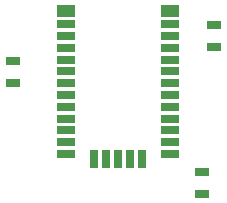
<source format=gtp>
G04 #@! TF.FileFunction,Paste,Top*
%FSLAX46Y46*%
G04 Gerber Fmt 4.6, Leading zero omitted, Abs format (unit mm)*
G04 Created by KiCad (PCBNEW 4.0.7) date 01/22/18 17:36:01*
%MOMM*%
%LPD*%
G01*
G04 APERTURE LIST*
%ADD10C,0.100000*%
%ADD11R,1.297940X0.698500*%
%ADD12R,1.500000X0.700000*%
%ADD13R,1.500000X1.000000*%
%ADD14R,0.700000X1.500000*%
G04 APERTURE END LIST*
D10*
D11*
X156718000Y-103819960D03*
X156718000Y-101920040D03*
X155702000Y-114366040D03*
X155702000Y-116265960D03*
X139700000Y-106867960D03*
X139700000Y-104968040D03*
D12*
X152990000Y-112880000D03*
X152990000Y-111880000D03*
X152990000Y-110880000D03*
X152990000Y-109880000D03*
X152990000Y-108880000D03*
X152990000Y-107880000D03*
X152990000Y-106880000D03*
X152990000Y-105880000D03*
X152990000Y-104880000D03*
X152990000Y-103880000D03*
X152990000Y-102880000D03*
X152990000Y-101880000D03*
D13*
X152990000Y-100730000D03*
X144190000Y-100730000D03*
D12*
X144190000Y-101880000D03*
X144190000Y-102880000D03*
X144190000Y-103880000D03*
X144190000Y-104880000D03*
X144190000Y-105880000D03*
X144190000Y-106880000D03*
X144190000Y-107880000D03*
X144190000Y-108880000D03*
X144190000Y-109880000D03*
X144190000Y-110880000D03*
X144190000Y-111880000D03*
X144190000Y-112880000D03*
D14*
X146590000Y-113280000D03*
X147590000Y-113280000D03*
X148590000Y-113280000D03*
X149590000Y-113280000D03*
X150590000Y-113280000D03*
M02*

</source>
